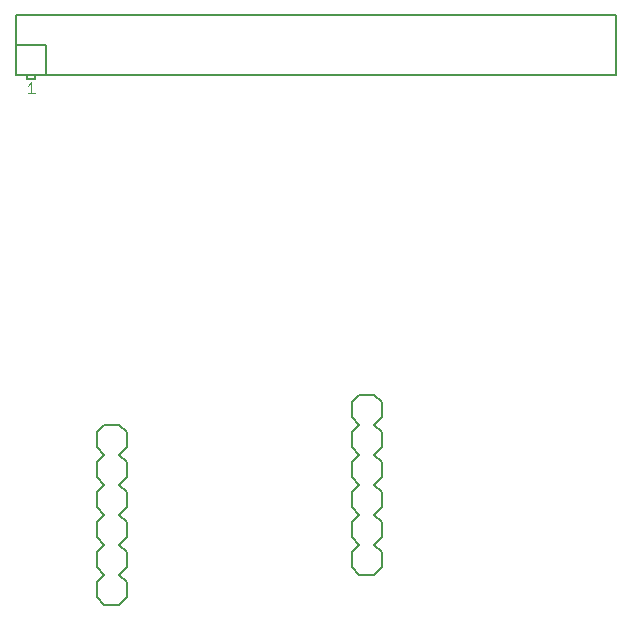
<source format=gto>
G75*
%MOIN*%
%OFA0B0*%
%FSLAX24Y24*%
%IPPOS*%
%LPD*%
%AMOC8*
5,1,8,0,0,1.08239X$1,22.5*
%
%ADD10C,0.0080*%
%ADD11C,0.0050*%
%ADD12C,0.0040*%
D10*
X006000Y002750D02*
X006000Y003250D01*
X006250Y003500D01*
X006000Y003750D01*
X006000Y004250D01*
X006250Y004500D01*
X006000Y004750D01*
X006000Y005250D01*
X006250Y005500D01*
X006000Y005750D01*
X006000Y006250D01*
X006250Y006500D01*
X006000Y006750D01*
X006000Y007250D01*
X006250Y007500D01*
X006000Y007750D01*
X006000Y008250D01*
X006250Y008500D01*
X006750Y008500D01*
X007000Y008250D01*
X007000Y007750D01*
X006750Y007500D01*
X007000Y007250D01*
X007000Y006750D01*
X006750Y006500D01*
X007000Y006250D01*
X007000Y005750D01*
X006750Y005500D01*
X007000Y005250D01*
X007000Y004750D01*
X006750Y004500D01*
X007000Y004250D01*
X007000Y003750D01*
X006750Y003500D01*
X007000Y003250D01*
X007000Y002750D01*
X006750Y002500D01*
X006250Y002500D01*
X006000Y002750D01*
X014500Y003750D02*
X014500Y004250D01*
X014750Y004500D01*
X014500Y004750D01*
X014500Y005250D01*
X014750Y005500D01*
X014500Y005750D01*
X014500Y006250D01*
X014750Y006500D01*
X014500Y006750D01*
X014500Y007250D01*
X014750Y007500D01*
X014500Y007750D01*
X014500Y008250D01*
X014750Y008500D01*
X014500Y008750D01*
X014500Y009250D01*
X014750Y009500D01*
X015250Y009500D01*
X015500Y009250D01*
X015500Y008750D01*
X015250Y008500D01*
X015500Y008250D01*
X015500Y007750D01*
X015250Y007500D01*
X015500Y007250D01*
X015500Y006750D01*
X015250Y006500D01*
X015500Y006250D01*
X015500Y005750D01*
X015250Y005500D01*
X015500Y005250D01*
X015500Y004750D01*
X015250Y004500D01*
X015500Y004250D01*
X015500Y003750D01*
X015250Y003500D01*
X014750Y003500D01*
X014500Y003750D01*
D11*
X023295Y020169D02*
X004295Y020169D01*
X004295Y021169D01*
X003295Y021169D01*
X003295Y020169D01*
X003670Y020169D01*
X003670Y020044D01*
X003920Y020044D01*
X003920Y020169D01*
X004295Y020169D01*
X003920Y020169D02*
X003670Y020169D01*
X003295Y021169D02*
X003295Y022169D01*
X023295Y022169D01*
X023295Y020169D01*
D12*
X003930Y019564D02*
X003690Y019564D01*
X003810Y019564D02*
X003810Y019925D01*
X003690Y019804D01*
M02*

</source>
